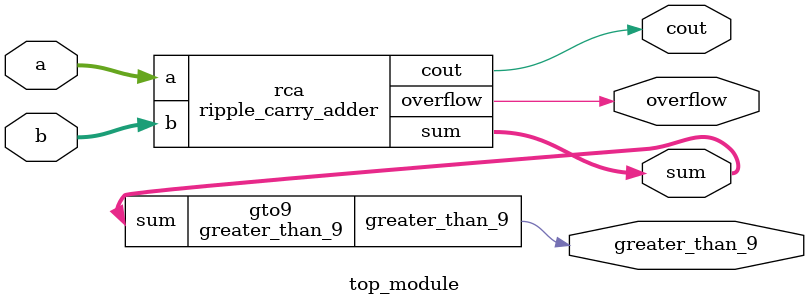
<source format=v>
module ripple_carry_adder (
    input wire [3:0] a, b,
    output wire [3:0] sum,
    output wire cout,
    output wire overflow
);

    wire [4:0] c;
    assign c[0] = 1'b0;

    genvar i;
    generate
        for (i = 0; i < 4; i = i + 1) begin : adder
            full_adder fa(
                .a(a[i]),
                .b(b[i]),
                .cin(c[i]),
                .sum(sum[i]),
                .cout(c[i+1])
            );
        end
    endgenerate

    assign cout = c[4];
    assign overflow = (a[3] & b[3] & ~sum[3]) | (~a[3] & ~b[3] & sum[3]);

endmodule

module full_adder (
    input a, b, cin,
    output sum, cout
);

    assign {cout, sum} = a + b + cin;

endmodule

module greater_than_9 (
    input wire [3:0] sum,
    output wire greater_than_9
);

    assign greater_than_9 = (sum > 4'b1001);

endmodule

module top_module (
    input wire [3:0] a, b,
    output wire [3:0] sum,
    output wire cout,
    output wire overflow,
    output wire greater_than_9
);

    ripple_carry_adder rca(
        .a(a),
        .b(b),
        .sum(sum),
        .cout(cout),
        .overflow(overflow)
    );

    greater_than_9 gto9(
        .sum(sum),
        .greater_than_9(greater_than_9)
    );

endmodule
</source>
